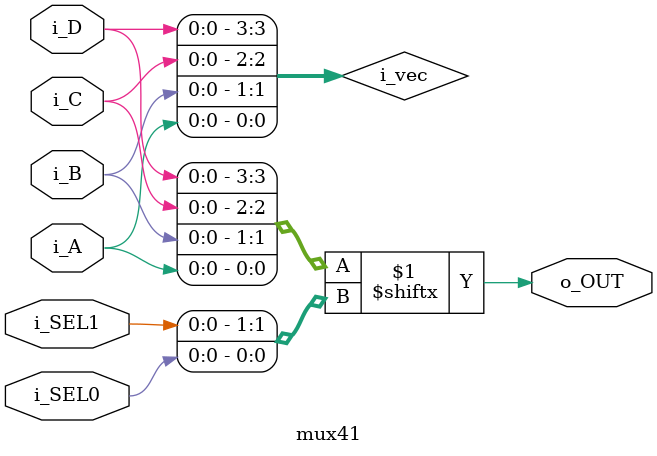
<source format=v>
module mux41(
    input wire          i_A,
    input wire          i_B,
    input wire          i_C,
    input wire          i_D,
    input wire          i_SEL0,
    input wire          i_SEL1,
    output wire         o_OUT
);


wire [3:0] i_vec = {i_D, i_C, i_B, i_A};
assign o_OUT = i_vec[{i_SEL1, i_SEL0}];

/* Second Pass
assign o_OUT =  (i_A & ~i_SEL0 & ~i_SEL1)   |
                (i_B & i_SEL0 & ~i_SEL1)    |
                (i_C & ~i_SEL0 & i_SEL1)    |
                (i_D & i_SEL0 & i_SEL1);
*/

/* Initial Implementation
reg out;

always @(i_SEL0, i_SEL1) begin
    if (!i_SEL0 && !i_SEL1)
        out = i_A;
    else if (i_SEL0 && !i_SEL1)
        out = i_B;
    else if (!i_SEL0 && i_SEL1)
        out = i_C;
    else if (i_SEL0 && i_SEL1)
        out = i_D;   
end

assign o_OUT = out;
*/

endmodule
</source>
